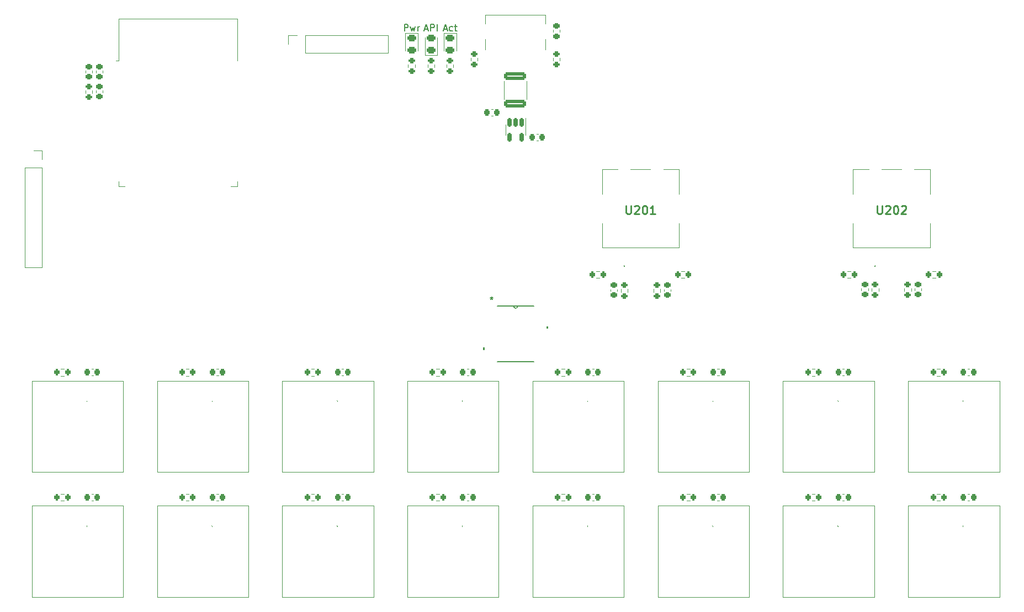
<source format=gbr>
%TF.GenerationSoftware,KiCad,Pcbnew,8.0.1-8.0.1-1~ubuntu22.04.1*%
%TF.CreationDate,2024-04-27T07:34:54-05:00*%
%TF.ProjectId,Universal Control Box,556e6976-6572-4736-916c-20436f6e7472,rev?*%
%TF.SameCoordinates,Original*%
%TF.FileFunction,Legend,Top*%
%TF.FilePolarity,Positive*%
%FSLAX46Y46*%
G04 Gerber Fmt 4.6, Leading zero omitted, Abs format (unit mm)*
G04 Created by KiCad (PCBNEW 8.0.1-8.0.1-1~ubuntu22.04.1) date 2024-04-27 07:34:54*
%MOMM*%
%LPD*%
G01*
G04 APERTURE LIST*
G04 Aperture macros list*
%AMRoundRect*
0 Rectangle with rounded corners*
0 $1 Rounding radius*
0 $2 $3 $4 $5 $6 $7 $8 $9 X,Y pos of 4 corners*
0 Add a 4 corners polygon primitive as box body*
4,1,4,$2,$3,$4,$5,$6,$7,$8,$9,$2,$3,0*
0 Add four circle primitives for the rounded corners*
1,1,$1+$1,$2,$3*
1,1,$1+$1,$4,$5*
1,1,$1+$1,$6,$7*
1,1,$1+$1,$8,$9*
0 Add four rect primitives between the rounded corners*
20,1,$1+$1,$2,$3,$4,$5,0*
20,1,$1+$1,$4,$5,$6,$7,0*
20,1,$1+$1,$6,$7,$8,$9,0*
20,1,$1+$1,$8,$9,$2,$3,0*%
G04 Aperture macros list end*
%ADD10C,0.153000*%
%ADD11C,0.254000*%
%ADD12C,0.150000*%
%ADD13C,0.100000*%
%ADD14C,0.200000*%
%ADD15C,0.120000*%
%ADD16C,0.152400*%
%ADD17C,0.000000*%
%ADD18C,1.500000*%
%ADD19C,3.915000*%
%ADD20RoundRect,0.243750X-0.456250X0.243750X-0.456250X-0.243750X0.456250X-0.243750X0.456250X0.243750X0*%
%ADD21RoundRect,0.243750X0.456250X-0.243750X0.456250X0.243750X-0.456250X0.243750X-0.456250X-0.243750X0*%
%ADD22C,1.750000*%
%ADD23C,4.000000*%
%ADD24C,2.200000*%
%ADD25R,0.700000X0.700000*%
%ADD26RoundRect,0.200000X0.275000X-0.200000X0.275000X0.200000X-0.275000X0.200000X-0.275000X-0.200000X0*%
%ADD27RoundRect,0.200000X0.200000X0.275000X-0.200000X0.275000X-0.200000X-0.275000X0.200000X-0.275000X0*%
%ADD28RoundRect,0.225000X0.225000X0.250000X-0.225000X0.250000X-0.225000X-0.250000X0.225000X-0.250000X0*%
%ADD29R,1.500000X0.900000*%
%ADD30R,0.900000X1.500000*%
%ADD31C,0.475000*%
%ADD32R,4.200000X4.200000*%
%ADD33RoundRect,0.200000X-0.275000X0.200000X-0.275000X-0.200000X0.275000X-0.200000X0.275000X0.200000X0*%
%ADD34RoundRect,0.225000X-0.250000X0.225000X-0.250000X-0.225000X0.250000X-0.225000X0.250000X0.225000X0*%
%ADD35RoundRect,0.150000X-0.150000X0.512500X-0.150000X-0.512500X0.150000X-0.512500X0.150000X0.512500X0*%
%ADD36C,3.000000*%
%ADD37RoundRect,0.225000X-0.225000X-0.250000X0.225000X-0.250000X0.225000X0.250000X-0.225000X0.250000X0*%
%ADD38R,1.700000X1.700000*%
%ADD39O,1.700000X1.700000*%
%ADD40R,2.057400X0.431800*%
%ADD41RoundRect,0.225000X0.250000X-0.225000X0.250000X0.225000X-0.250000X0.225000X-0.250000X-0.225000X0*%
%ADD42RoundRect,0.200000X-0.200000X-0.275000X0.200000X-0.275000X0.200000X0.275000X-0.200000X0.275000X0*%
%ADD43C,0.600000*%
%ADD44O,0.950000X0.600000*%
%ADD45R,0.300000X1.400000*%
%ADD46O,1.200000X2.300000*%
%ADD47O,1.200000X2.000000*%
%ADD48RoundRect,0.250000X-1.450000X0.312500X-1.450000X-0.312500X1.450000X-0.312500X1.450000X0.312500X0*%
%ADD49RoundRect,0.218750X-0.256250X0.218750X-0.256250X-0.218750X0.256250X-0.218750X0.256250X0.218750X0*%
G04 APERTURE END LIST*
D10*
X152823810Y-28583948D02*
X153300000Y-28583948D01*
X152728572Y-28869663D02*
X153061905Y-27869663D01*
X153061905Y-27869663D02*
X153395238Y-28869663D01*
X153728572Y-28869663D02*
X153728572Y-27869663D01*
X153728572Y-27869663D02*
X154109524Y-27869663D01*
X154109524Y-27869663D02*
X154204762Y-27917282D01*
X154204762Y-27917282D02*
X154252381Y-27964901D01*
X154252381Y-27964901D02*
X154300000Y-28060139D01*
X154300000Y-28060139D02*
X154300000Y-28202996D01*
X154300000Y-28202996D02*
X154252381Y-28298234D01*
X154252381Y-28298234D02*
X154204762Y-28345853D01*
X154204762Y-28345853D02*
X154109524Y-28393472D01*
X154109524Y-28393472D02*
X153728572Y-28393472D01*
X154728572Y-28869663D02*
X154728572Y-27869663D01*
X155747619Y-28583948D02*
X156223809Y-28583948D01*
X155652381Y-28869663D02*
X155985714Y-27869663D01*
X155985714Y-27869663D02*
X156319047Y-28869663D01*
X157080952Y-28822044D02*
X156985714Y-28869663D01*
X156985714Y-28869663D02*
X156795238Y-28869663D01*
X156795238Y-28869663D02*
X156700000Y-28822044D01*
X156700000Y-28822044D02*
X156652381Y-28774424D01*
X156652381Y-28774424D02*
X156604762Y-28679186D01*
X156604762Y-28679186D02*
X156604762Y-28393472D01*
X156604762Y-28393472D02*
X156652381Y-28298234D01*
X156652381Y-28298234D02*
X156700000Y-28250615D01*
X156700000Y-28250615D02*
X156795238Y-28202996D01*
X156795238Y-28202996D02*
X156985714Y-28202996D01*
X156985714Y-28202996D02*
X157080952Y-28250615D01*
X157366667Y-28202996D02*
X157747619Y-28202996D01*
X157509524Y-27869663D02*
X157509524Y-28726805D01*
X157509524Y-28726805D02*
X157557143Y-28822044D01*
X157557143Y-28822044D02*
X157652381Y-28869663D01*
X157652381Y-28869663D02*
X157747619Y-28869663D01*
X149704762Y-28869663D02*
X149704762Y-27869663D01*
X149704762Y-27869663D02*
X150085714Y-27869663D01*
X150085714Y-27869663D02*
X150180952Y-27917282D01*
X150180952Y-27917282D02*
X150228571Y-27964901D01*
X150228571Y-27964901D02*
X150276190Y-28060139D01*
X150276190Y-28060139D02*
X150276190Y-28202996D01*
X150276190Y-28202996D02*
X150228571Y-28298234D01*
X150228571Y-28298234D02*
X150180952Y-28345853D01*
X150180952Y-28345853D02*
X150085714Y-28393472D01*
X150085714Y-28393472D02*
X149704762Y-28393472D01*
X150609524Y-28202996D02*
X150800000Y-28869663D01*
X150800000Y-28869663D02*
X150990476Y-28393472D01*
X150990476Y-28393472D02*
X151180952Y-28869663D01*
X151180952Y-28869663D02*
X151371428Y-28202996D01*
X151752381Y-28869663D02*
X151752381Y-28202996D01*
X151752381Y-28393472D02*
X151800000Y-28298234D01*
X151800000Y-28298234D02*
X151847619Y-28250615D01*
X151847619Y-28250615D02*
X151942857Y-28202996D01*
X151942857Y-28202996D02*
X152038095Y-28202996D01*
D11*
X222222856Y-55704318D02*
X222222856Y-56732413D01*
X222222856Y-56732413D02*
X222283333Y-56853365D01*
X222283333Y-56853365D02*
X222343809Y-56913842D01*
X222343809Y-56913842D02*
X222464761Y-56974318D01*
X222464761Y-56974318D02*
X222706666Y-56974318D01*
X222706666Y-56974318D02*
X222827618Y-56913842D01*
X222827618Y-56913842D02*
X222888095Y-56853365D01*
X222888095Y-56853365D02*
X222948571Y-56732413D01*
X222948571Y-56732413D02*
X222948571Y-55704318D01*
X223492856Y-55825270D02*
X223553332Y-55764794D01*
X223553332Y-55764794D02*
X223674285Y-55704318D01*
X223674285Y-55704318D02*
X223976666Y-55704318D01*
X223976666Y-55704318D02*
X224097618Y-55764794D01*
X224097618Y-55764794D02*
X224158094Y-55825270D01*
X224158094Y-55825270D02*
X224218571Y-55946222D01*
X224218571Y-55946222D02*
X224218571Y-56067175D01*
X224218571Y-56067175D02*
X224158094Y-56248603D01*
X224158094Y-56248603D02*
X223432380Y-56974318D01*
X223432380Y-56974318D02*
X224218571Y-56974318D01*
X225004761Y-55704318D02*
X225125714Y-55704318D01*
X225125714Y-55704318D02*
X225246666Y-55764794D01*
X225246666Y-55764794D02*
X225307142Y-55825270D01*
X225307142Y-55825270D02*
X225367618Y-55946222D01*
X225367618Y-55946222D02*
X225428095Y-56188127D01*
X225428095Y-56188127D02*
X225428095Y-56490508D01*
X225428095Y-56490508D02*
X225367618Y-56732413D01*
X225367618Y-56732413D02*
X225307142Y-56853365D01*
X225307142Y-56853365D02*
X225246666Y-56913842D01*
X225246666Y-56913842D02*
X225125714Y-56974318D01*
X225125714Y-56974318D02*
X225004761Y-56974318D01*
X225004761Y-56974318D02*
X224883809Y-56913842D01*
X224883809Y-56913842D02*
X224823333Y-56853365D01*
X224823333Y-56853365D02*
X224762856Y-56732413D01*
X224762856Y-56732413D02*
X224702380Y-56490508D01*
X224702380Y-56490508D02*
X224702380Y-56188127D01*
X224702380Y-56188127D02*
X224762856Y-55946222D01*
X224762856Y-55946222D02*
X224823333Y-55825270D01*
X224823333Y-55825270D02*
X224883809Y-55764794D01*
X224883809Y-55764794D02*
X225004761Y-55704318D01*
X225911904Y-55825270D02*
X225972380Y-55764794D01*
X225972380Y-55764794D02*
X226093333Y-55704318D01*
X226093333Y-55704318D02*
X226395714Y-55704318D01*
X226395714Y-55704318D02*
X226516666Y-55764794D01*
X226516666Y-55764794D02*
X226577142Y-55825270D01*
X226577142Y-55825270D02*
X226637619Y-55946222D01*
X226637619Y-55946222D02*
X226637619Y-56067175D01*
X226637619Y-56067175D02*
X226577142Y-56248603D01*
X226577142Y-56248603D02*
X225851428Y-56974318D01*
X225851428Y-56974318D02*
X226637619Y-56974318D01*
X183722856Y-55704318D02*
X183722856Y-56732413D01*
X183722856Y-56732413D02*
X183783333Y-56853365D01*
X183783333Y-56853365D02*
X183843809Y-56913842D01*
X183843809Y-56913842D02*
X183964761Y-56974318D01*
X183964761Y-56974318D02*
X184206666Y-56974318D01*
X184206666Y-56974318D02*
X184327618Y-56913842D01*
X184327618Y-56913842D02*
X184388095Y-56853365D01*
X184388095Y-56853365D02*
X184448571Y-56732413D01*
X184448571Y-56732413D02*
X184448571Y-55704318D01*
X184992856Y-55825270D02*
X185053332Y-55764794D01*
X185053332Y-55764794D02*
X185174285Y-55704318D01*
X185174285Y-55704318D02*
X185476666Y-55704318D01*
X185476666Y-55704318D02*
X185597618Y-55764794D01*
X185597618Y-55764794D02*
X185658094Y-55825270D01*
X185658094Y-55825270D02*
X185718571Y-55946222D01*
X185718571Y-55946222D02*
X185718571Y-56067175D01*
X185718571Y-56067175D02*
X185658094Y-56248603D01*
X185658094Y-56248603D02*
X184932380Y-56974318D01*
X184932380Y-56974318D02*
X185718571Y-56974318D01*
X186504761Y-55704318D02*
X186625714Y-55704318D01*
X186625714Y-55704318D02*
X186746666Y-55764794D01*
X186746666Y-55764794D02*
X186807142Y-55825270D01*
X186807142Y-55825270D02*
X186867618Y-55946222D01*
X186867618Y-55946222D02*
X186928095Y-56188127D01*
X186928095Y-56188127D02*
X186928095Y-56490508D01*
X186928095Y-56490508D02*
X186867618Y-56732413D01*
X186867618Y-56732413D02*
X186807142Y-56853365D01*
X186807142Y-56853365D02*
X186746666Y-56913842D01*
X186746666Y-56913842D02*
X186625714Y-56974318D01*
X186625714Y-56974318D02*
X186504761Y-56974318D01*
X186504761Y-56974318D02*
X186383809Y-56913842D01*
X186383809Y-56913842D02*
X186323333Y-56853365D01*
X186323333Y-56853365D02*
X186262856Y-56732413D01*
X186262856Y-56732413D02*
X186202380Y-56490508D01*
X186202380Y-56490508D02*
X186202380Y-56188127D01*
X186202380Y-56188127D02*
X186262856Y-55946222D01*
X186262856Y-55946222D02*
X186323333Y-55825270D01*
X186323333Y-55825270D02*
X186383809Y-55764794D01*
X186383809Y-55764794D02*
X186504761Y-55704318D01*
X188137619Y-56974318D02*
X187411904Y-56974318D01*
X187774761Y-56974318D02*
X187774761Y-55704318D01*
X187774761Y-55704318D02*
X187653809Y-55885746D01*
X187653809Y-55885746D02*
X187532857Y-56006699D01*
X187532857Y-56006699D02*
X187411904Y-56067175D01*
D12*
X163067000Y-69705019D02*
X163067000Y-69943114D01*
X162828905Y-69847876D02*
X163067000Y-69943114D01*
X163067000Y-69943114D02*
X163305095Y-69847876D01*
X162924143Y-70133590D02*
X163067000Y-69943114D01*
X163067000Y-69943114D02*
X163209857Y-70133590D01*
X163067000Y-69705019D02*
X163067000Y-69943114D01*
X162828905Y-69847876D02*
X163067000Y-69943114D01*
X163067000Y-69943114D02*
X163305095Y-69847876D01*
X162924143Y-70133590D02*
X163067000Y-69943114D01*
X163067000Y-69943114D02*
X163209857Y-70133590D01*
D13*
%TO.C,U202*%
X218500000Y-50150000D02*
X218500000Y-50150000D01*
X218500000Y-50150000D02*
X218500000Y-50150000D01*
X218500000Y-50150000D02*
X218500000Y-53900000D01*
X218500000Y-50150000D02*
X220900000Y-50150000D01*
X218500000Y-53900000D02*
X218500000Y-50150000D01*
X218500000Y-53900000D02*
X218500000Y-53900000D01*
X218500000Y-58400000D02*
X218500000Y-58400000D01*
X218500000Y-58400000D02*
X218500000Y-62150000D01*
X218500000Y-62150000D02*
X218500000Y-58400000D01*
X218500000Y-62150000D02*
X218500000Y-62150000D01*
X218500000Y-62150000D02*
X218500000Y-62150000D01*
X218500000Y-62150000D02*
X230300000Y-62150000D01*
X220900000Y-50150000D02*
X218500000Y-50150000D01*
X220900000Y-50150000D02*
X220900000Y-50150000D01*
D14*
X221900000Y-64950000D02*
X221900000Y-64950000D01*
X221900000Y-65050000D02*
X221900000Y-65050000D01*
X221900000Y-65050000D02*
X221900000Y-65050000D01*
D13*
X222900000Y-50150000D02*
X222900000Y-50150000D01*
X222900000Y-50150000D02*
X225900000Y-50150000D01*
X225900000Y-50150000D02*
X222900000Y-50150000D01*
X225900000Y-50150000D02*
X225900000Y-50150000D01*
X227900000Y-50150000D02*
X227900000Y-50150000D01*
X227900000Y-50150000D02*
X230300000Y-50150000D01*
X230300000Y-50150000D02*
X227900000Y-50150000D01*
X230300000Y-50150000D02*
X230300000Y-50150000D01*
X230300000Y-50150000D02*
X230300000Y-50150000D01*
X230300000Y-50150000D02*
X230300000Y-53900000D01*
X230300000Y-53900000D02*
X230300000Y-50150000D01*
X230300000Y-53900000D02*
X230300000Y-53900000D01*
X230300000Y-58400000D02*
X230300000Y-58400000D01*
X230300000Y-58400000D02*
X230300000Y-62150000D01*
X230300000Y-62150000D02*
X218500000Y-62150000D01*
X230300000Y-62150000D02*
X230300000Y-58400000D01*
X230300000Y-62150000D02*
X230300000Y-62150000D01*
X230300000Y-62150000D02*
X230300000Y-62150000D01*
D14*
X221900000Y-64950000D02*
G75*
G02*
X221900000Y-65050000I0J-50000D01*
G01*
X221900000Y-64950000D02*
G75*
G02*
X221900000Y-65050000I0J-50000D01*
G01*
X221900000Y-65050000D02*
G75*
G02*
X221900000Y-64950000I0J50000D01*
G01*
D13*
%TO.C,U201*%
X180000000Y-50150000D02*
X180000000Y-50150000D01*
X180000000Y-50150000D02*
X180000000Y-50150000D01*
X180000000Y-50150000D02*
X180000000Y-53900000D01*
X180000000Y-50150000D02*
X182400000Y-50150000D01*
X180000000Y-53900000D02*
X180000000Y-50150000D01*
X180000000Y-53900000D02*
X180000000Y-53900000D01*
X180000000Y-58400000D02*
X180000000Y-58400000D01*
X180000000Y-58400000D02*
X180000000Y-62150000D01*
X180000000Y-62150000D02*
X180000000Y-58400000D01*
X180000000Y-62150000D02*
X180000000Y-62150000D01*
X180000000Y-62150000D02*
X180000000Y-62150000D01*
X180000000Y-62150000D02*
X191800000Y-62150000D01*
X182400000Y-50150000D02*
X180000000Y-50150000D01*
X182400000Y-50150000D02*
X182400000Y-50150000D01*
D14*
X183400000Y-64950000D02*
X183400000Y-64950000D01*
X183400000Y-65050000D02*
X183400000Y-65050000D01*
X183400000Y-65050000D02*
X183400000Y-65050000D01*
D13*
X184400000Y-50150000D02*
X184400000Y-50150000D01*
X184400000Y-50150000D02*
X187400000Y-50150000D01*
X187400000Y-50150000D02*
X184400000Y-50150000D01*
X187400000Y-50150000D02*
X187400000Y-50150000D01*
X189400000Y-50150000D02*
X189400000Y-50150000D01*
X189400000Y-50150000D02*
X191800000Y-50150000D01*
X191800000Y-50150000D02*
X189400000Y-50150000D01*
X191800000Y-50150000D02*
X191800000Y-50150000D01*
X191800000Y-50150000D02*
X191800000Y-50150000D01*
X191800000Y-50150000D02*
X191800000Y-53900000D01*
X191800000Y-53900000D02*
X191800000Y-50150000D01*
X191800000Y-53900000D02*
X191800000Y-53900000D01*
X191800000Y-58400000D02*
X191800000Y-58400000D01*
X191800000Y-58400000D02*
X191800000Y-62150000D01*
X191800000Y-62150000D02*
X180000000Y-62150000D01*
X191800000Y-62150000D02*
X191800000Y-58400000D01*
X191800000Y-62150000D02*
X191800000Y-62150000D01*
X191800000Y-62150000D02*
X191800000Y-62150000D01*
D14*
X183400000Y-64950000D02*
G75*
G02*
X183400000Y-65050000I0J-50000D01*
G01*
X183400000Y-64950000D02*
G75*
G02*
X183400000Y-65050000I0J-50000D01*
G01*
X183400000Y-65050000D02*
G75*
G02*
X183400000Y-64950000I0J50000D01*
G01*
D15*
%TO.C,D103*%
X157660000Y-29215000D02*
X155740000Y-29215000D01*
X155740000Y-29215000D02*
X155740000Y-31900000D01*
X157660000Y-31900000D02*
X157660000Y-29215000D01*
%TO.C,D102*%
X152840000Y-32585000D02*
X154760000Y-32585000D01*
X154760000Y-32585000D02*
X154760000Y-29900000D01*
X152840000Y-29900000D02*
X152840000Y-32585000D01*
%TO.C,D101*%
X151760000Y-29215000D02*
X149840000Y-29215000D01*
X149840000Y-29215000D02*
X149840000Y-31900000D01*
X151760000Y-31900000D02*
X151760000Y-29215000D01*
%TO.C,SW306*%
X188565000Y-82600000D02*
X202565000Y-82600000D01*
X188565000Y-96600000D02*
X188565000Y-82600000D01*
D13*
X196965000Y-85650000D02*
X196965000Y-85650000D01*
X196965000Y-85750000D02*
X196965000Y-85750000D01*
D15*
X202565000Y-96600000D02*
X188565000Y-96600000D01*
X202565000Y-96600000D02*
X202565000Y-82600000D01*
D13*
X196965000Y-85650000D02*
G75*
G02*
X196965000Y-85750000I0J-50000D01*
G01*
X196965000Y-85750000D02*
G75*
G02*
X196965000Y-85650000I0J50000D01*
G01*
D15*
%TO.C,SW311*%
X130965000Y-101800000D02*
X144965000Y-101800000D01*
X130965000Y-115800000D02*
X130965000Y-101800000D01*
D13*
X139365000Y-104850000D02*
X139365000Y-104850000D01*
X139365000Y-104950000D02*
X139365000Y-104950000D01*
D15*
X144965000Y-115800000D02*
X130965000Y-115800000D01*
X144965000Y-115800000D02*
X144965000Y-101800000D01*
D13*
X139365000Y-104850000D02*
G75*
G02*
X139365000Y-104950000I0J-50000D01*
G01*
X139365000Y-104950000D02*
G75*
G02*
X139365000Y-104850000I0J50000D01*
G01*
D15*
%TO.C,R204*%
X187877500Y-68962258D02*
X187877500Y-68487742D01*
X188922500Y-68962258D02*
X188922500Y-68487742D01*
%TO.C,R313*%
X174262258Y-99977500D02*
X173787742Y-99977500D01*
X174262258Y-101022500D02*
X173787742Y-101022500D01*
%TO.C,C314*%
X197965580Y-99990000D02*
X197684420Y-99990000D01*
X197965580Y-101010000D02*
X197684420Y-101010000D01*
%TO.C,C306*%
X197965580Y-80790000D02*
X197684420Y-80790000D01*
X197965580Y-81810000D02*
X197684420Y-81810000D01*
%TO.C,U101*%
X105830000Y-26990000D02*
X105830000Y-33405000D01*
X105830000Y-26990000D02*
X124070000Y-26990000D01*
X105830000Y-33405000D02*
X105450000Y-33405000D01*
X105830000Y-51950000D02*
X105830000Y-52730000D01*
X105830000Y-52730000D02*
X106830000Y-52730000D01*
X124070000Y-26990000D02*
X124070000Y-33405000D01*
X124070000Y-51950000D02*
X124070000Y-52730000D01*
X124070000Y-52730000D02*
X123070000Y-52730000D01*
%TO.C,R310*%
X116662258Y-99977500D02*
X116187742Y-99977500D01*
X116662258Y-101022500D02*
X116187742Y-101022500D01*
%TO.C,R102*%
X159877500Y-32987742D02*
X159877500Y-33462258D01*
X160922500Y-32987742D02*
X160922500Y-33462258D01*
%TO.C,SW309*%
X92565000Y-101800000D02*
X106565000Y-101800000D01*
X92565000Y-115800000D02*
X92565000Y-101800000D01*
D13*
X100965000Y-104850000D02*
X100965000Y-104850000D01*
X100965000Y-104950000D02*
X100965000Y-104950000D01*
D15*
X106565000Y-115800000D02*
X92565000Y-115800000D01*
X106565000Y-115800000D02*
X106565000Y-101800000D01*
D13*
X100965000Y-104850000D02*
G75*
G02*
X100965000Y-104950000I0J-50000D01*
G01*
X100965000Y-104950000D02*
G75*
G02*
X100965000Y-104850000I0J50000D01*
G01*
D15*
%TO.C,C102*%
X100790000Y-34984420D02*
X100790000Y-35265580D01*
X101810000Y-34984420D02*
X101810000Y-35265580D01*
%TO.C,C201*%
X181290000Y-68534420D02*
X181290000Y-68815580D01*
X182310000Y-68534420D02*
X182310000Y-68815580D01*
%TO.C,R104*%
X150277500Y-33987742D02*
X150277500Y-34462258D01*
X151322500Y-33987742D02*
X151322500Y-34462258D01*
%TO.C,C305*%
X178765580Y-80790000D02*
X178484420Y-80790000D01*
X178765580Y-81810000D02*
X178484420Y-81810000D01*
%TO.C,SW305*%
X169365000Y-82600000D02*
X183365000Y-82600000D01*
X169365000Y-96600000D02*
X169365000Y-82600000D01*
D13*
X177765000Y-85650000D02*
X177765000Y-85650000D01*
X177765000Y-85750000D02*
X177765000Y-85750000D01*
D15*
X183365000Y-96600000D02*
X169365000Y-96600000D01*
X183365000Y-96600000D02*
X183365000Y-82600000D01*
D13*
X177765000Y-85650000D02*
G75*
G02*
X177765000Y-85750000I0J-50000D01*
G01*
X177765000Y-85750000D02*
G75*
G02*
X177765000Y-85650000I0J50000D01*
G01*
D15*
%TO.C,U103*%
X165190000Y-44037500D02*
X165190000Y-43237500D01*
X165190000Y-44037500D02*
X165190000Y-44837500D01*
X168310000Y-44037500D02*
X168310000Y-42237500D01*
X168310000Y-44037500D02*
X168310000Y-44837500D01*
%TO.C,R312*%
X155062258Y-99977500D02*
X154587742Y-99977500D01*
X155062258Y-101022500D02*
X154587742Y-101022500D01*
%TO.C,SW314*%
X188565000Y-101800000D02*
X202565000Y-101800000D01*
X188565000Y-115800000D02*
X188565000Y-101800000D01*
D13*
X196965000Y-104850000D02*
X196965000Y-104850000D01*
X196965000Y-104950000D02*
X196965000Y-104950000D01*
D15*
X202565000Y-115800000D02*
X188565000Y-115800000D01*
X202565000Y-115800000D02*
X202565000Y-101800000D01*
D13*
X196965000Y-104850000D02*
G75*
G02*
X196965000Y-104950000I0J-50000D01*
G01*
X196965000Y-104950000D02*
G75*
G02*
X196965000Y-104850000I0J50000D01*
G01*
D15*
%TO.C,SW316*%
X226965000Y-101800000D02*
X240965000Y-101800000D01*
X226965000Y-115800000D02*
X226965000Y-101800000D01*
D13*
X235365000Y-104850000D02*
X235365000Y-104850000D01*
X235365000Y-104950000D02*
X235365000Y-104950000D01*
D15*
X240965000Y-115800000D02*
X226965000Y-115800000D01*
X240965000Y-115800000D02*
X240965000Y-101800000D01*
D13*
X235365000Y-104850000D02*
G75*
G02*
X235365000Y-104950000I0J-50000D01*
G01*
X235365000Y-104950000D02*
G75*
G02*
X235365000Y-104850000I0J50000D01*
G01*
D15*
%TO.C,SW301*%
X92565000Y-82600000D02*
X106565000Y-82600000D01*
X92565000Y-96600000D02*
X92565000Y-82600000D01*
D13*
X100965000Y-85650000D02*
X100965000Y-85650000D01*
X100965000Y-85750000D02*
X100965000Y-85750000D01*
D15*
X106565000Y-96600000D02*
X92565000Y-96600000D01*
X106565000Y-96600000D02*
X106565000Y-82600000D01*
D13*
X100965000Y-85650000D02*
G75*
G02*
X100965000Y-85750000I0J-50000D01*
G01*
X100965000Y-85750000D02*
G75*
G02*
X100965000Y-85650000I0J50000D01*
G01*
D15*
%TO.C,C104*%
X162984420Y-40890000D02*
X163265580Y-40890000D01*
X162984420Y-41910000D02*
X163265580Y-41910000D01*
%TO.C,R101*%
X100777500Y-38462258D02*
X100777500Y-37987742D01*
X101822500Y-38462258D02*
X101822500Y-37987742D01*
%TO.C,C301*%
X101965580Y-80790000D02*
X101684420Y-80790000D01*
X101965580Y-81810000D02*
X101684420Y-81810000D01*
%TO.C,R105*%
X153277500Y-34462258D02*
X153277500Y-33987742D01*
X154322500Y-34462258D02*
X154322500Y-33987742D01*
%TO.C,R311*%
X135862258Y-99977500D02*
X135387742Y-99977500D01*
X135862258Y-101022500D02*
X135387742Y-101022500D01*
%TO.C,C303*%
X140365580Y-80790000D02*
X140084420Y-80790000D01*
X140365580Y-81810000D02*
X140084420Y-81810000D01*
%TO.C,C311*%
X140365580Y-99990000D02*
X140084420Y-99990000D01*
X140365580Y-101010000D02*
X140084420Y-101010000D01*
%TO.C,SW303*%
X130965000Y-82600000D02*
X144965000Y-82600000D01*
X130965000Y-96600000D02*
X130965000Y-82600000D01*
D13*
X139365000Y-85650000D02*
X139365000Y-85650000D01*
X139365000Y-85750000D02*
X139365000Y-85750000D01*
D15*
X144965000Y-96600000D02*
X130965000Y-96600000D01*
X144965000Y-96600000D02*
X144965000Y-82600000D01*
D13*
X139365000Y-85650000D02*
G75*
G02*
X139365000Y-85750000I0J-50000D01*
G01*
X139365000Y-85750000D02*
G75*
G02*
X139365000Y-85650000I0J50000D01*
G01*
D15*
%TO.C,J102*%
X91470000Y-49870000D02*
X91470000Y-65170000D01*
X91470000Y-49870000D02*
X94130000Y-49870000D01*
X91470000Y-65170000D02*
X94130000Y-65170000D01*
X92800000Y-47270000D02*
X94130000Y-47270000D01*
X94130000Y-47270000D02*
X94130000Y-48600000D01*
X94130000Y-49870000D02*
X94130000Y-65170000D01*
%TO.C,SW307*%
X207765000Y-82600000D02*
X221765000Y-82600000D01*
X207765000Y-96600000D02*
X207765000Y-82600000D01*
D13*
X216165000Y-85650000D02*
X216165000Y-85650000D01*
X216165000Y-85750000D02*
X216165000Y-85750000D01*
D15*
X221765000Y-96600000D02*
X207765000Y-96600000D01*
X221765000Y-96600000D02*
X221765000Y-82600000D01*
D13*
X216165000Y-85650000D02*
G75*
G02*
X216165000Y-85750000I0J-50000D01*
G01*
X216165000Y-85750000D02*
G75*
G02*
X216165000Y-85650000I0J50000D01*
G01*
D16*
%TO.C,U102*%
X163956000Y-79654500D02*
X169544000Y-79654500D01*
X169544000Y-71145500D02*
X163956000Y-71145500D01*
X167054800Y-71145500D02*
G75*
G02*
X166445200Y-71145500I-304800J0D01*
G01*
D17*
G36*
X162038300Y-77865499D02*
G01*
X161784300Y-77865499D01*
X161784300Y-77484499D01*
X162038300Y-77484499D01*
X162038300Y-77865499D01*
G37*
G36*
X171715700Y-74615501D02*
G01*
X171461700Y-74615501D01*
X171461700Y-74234501D01*
X171715700Y-74234501D01*
X171715700Y-74615501D01*
G37*
D15*
%TO.C,R208*%
X226377500Y-68862258D02*
X226377500Y-68387742D01*
X227422500Y-68862258D02*
X227422500Y-68387742D01*
%TO.C,C202*%
X189490000Y-68534420D02*
X189490000Y-68815580D01*
X190510000Y-68534420D02*
X190510000Y-68815580D01*
%TO.C,R315*%
X212662258Y-99977500D02*
X212187742Y-99977500D01*
X212662258Y-101022500D02*
X212187742Y-101022500D01*
%TO.C,R203*%
X192662258Y-65777500D02*
X192187742Y-65777500D01*
X192662258Y-66822500D02*
X192187742Y-66822500D01*
%TO.C,C302*%
X121165580Y-80790000D02*
X120884420Y-80790000D01*
X121165580Y-81810000D02*
X120884420Y-81810000D01*
%TO.C,C105*%
X169934420Y-44690000D02*
X170215580Y-44690000D01*
X169934420Y-45710000D02*
X170215580Y-45710000D01*
%TO.C,R308*%
X231862258Y-80777500D02*
X231387742Y-80777500D01*
X231862258Y-81822500D02*
X231387742Y-81822500D01*
%TO.C,C316*%
X236365580Y-99990000D02*
X236084420Y-99990000D01*
X236365580Y-101010000D02*
X236084420Y-101010000D01*
%TO.C,R314*%
X193462258Y-99977500D02*
X192987742Y-99977500D01*
X193462258Y-101022500D02*
X192987742Y-101022500D01*
%TO.C,C101*%
X102390000Y-38034420D02*
X102390000Y-38315580D01*
X103410000Y-38034420D02*
X103410000Y-38315580D01*
%TO.C,SW302*%
X111765000Y-82600000D02*
X125765000Y-82600000D01*
X111765000Y-96600000D02*
X111765000Y-82600000D01*
D13*
X120165000Y-85650000D02*
X120165000Y-85650000D01*
X120165000Y-85750000D02*
X120165000Y-85750000D01*
D15*
X125765000Y-96600000D02*
X111765000Y-96600000D01*
X125765000Y-96600000D02*
X125765000Y-82600000D01*
D13*
X120165000Y-85650000D02*
G75*
G02*
X120165000Y-85750000I0J-50000D01*
G01*
X120165000Y-85750000D02*
G75*
G02*
X120165000Y-85650000I0J50000D01*
G01*
D15*
%TO.C,C308*%
X236365580Y-80790000D02*
X236084420Y-80790000D01*
X236365580Y-81810000D02*
X236084420Y-81810000D01*
%TO.C,C103*%
X102390000Y-35265580D02*
X102390000Y-34984420D01*
X103410000Y-35265580D02*
X103410000Y-34984420D01*
%TO.C,C307*%
X217165580Y-80790000D02*
X216884420Y-80790000D01*
X217165580Y-81810000D02*
X216884420Y-81810000D01*
%TO.C,R106*%
X156177500Y-33987742D02*
X156177500Y-34462258D01*
X157222500Y-33987742D02*
X157222500Y-34462258D01*
%TO.C,SW315*%
X207765000Y-101800000D02*
X221765000Y-101800000D01*
X207765000Y-115800000D02*
X207765000Y-101800000D01*
D13*
X216165000Y-104850000D02*
X216165000Y-104850000D01*
X216165000Y-104950000D02*
X216165000Y-104950000D01*
D15*
X221765000Y-115800000D02*
X207765000Y-115800000D01*
X221765000Y-115800000D02*
X221765000Y-101800000D01*
D13*
X216165000Y-104850000D02*
G75*
G02*
X216165000Y-104950000I0J-50000D01*
G01*
X216165000Y-104950000D02*
G75*
G02*
X216165000Y-104850000I0J50000D01*
G01*
D15*
%TO.C,C312*%
X159565580Y-99990000D02*
X159284420Y-99990000D01*
X159565580Y-101010000D02*
X159284420Y-101010000D01*
%TO.C,R202*%
X179137742Y-65777500D02*
X179612258Y-65777500D01*
X179137742Y-66822500D02*
X179612258Y-66822500D01*
%TO.C,R207*%
X231162258Y-65777500D02*
X230687742Y-65777500D01*
X231162258Y-66822500D02*
X230687742Y-66822500D01*
%TO.C,C309*%
X101965580Y-99990000D02*
X101684420Y-99990000D01*
X101965580Y-101010000D02*
X101684420Y-101010000D01*
%TO.C,R305*%
X174262258Y-80777500D02*
X173787742Y-80777500D01*
X174262258Y-81822500D02*
X173787742Y-81822500D01*
%TO.C,R201*%
X182877500Y-68487742D02*
X182877500Y-68962258D01*
X183922500Y-68487742D02*
X183922500Y-68962258D01*
%TO.C,R309*%
X97462258Y-99977500D02*
X96987742Y-99977500D01*
X97462258Y-101022500D02*
X96987742Y-101022500D01*
%TO.C,J103*%
X162120000Y-27740000D02*
X162120000Y-26440000D01*
X162120000Y-31715000D02*
X162120000Y-30100000D01*
X171280000Y-26410000D02*
X162120000Y-26410000D01*
X171280000Y-27740000D02*
X171280000Y-26410000D01*
X171280000Y-31715000D02*
X171280000Y-30100000D01*
%TO.C,R307*%
X212662258Y-80777500D02*
X212187742Y-80777500D01*
X212662258Y-81822500D02*
X212187742Y-81822500D01*
%TO.C,SW310*%
X111765000Y-101800000D02*
X125765000Y-101800000D01*
X111765000Y-115800000D02*
X111765000Y-101800000D01*
D13*
X120165000Y-104850000D02*
X120165000Y-104850000D01*
X120165000Y-104950000D02*
X120165000Y-104950000D01*
D15*
X125765000Y-115800000D02*
X111765000Y-115800000D01*
X125765000Y-115800000D02*
X125765000Y-101800000D01*
D13*
X120165000Y-104850000D02*
G75*
G02*
X120165000Y-104950000I0J-50000D01*
G01*
X120165000Y-104950000D02*
G75*
G02*
X120165000Y-104850000I0J50000D01*
G01*
D15*
%TO.C,C304*%
X159565580Y-80790000D02*
X159284420Y-80790000D01*
X159565580Y-81810000D02*
X159284420Y-81810000D01*
%TO.C,J101*%
X131870000Y-29570000D02*
X133200000Y-29570000D01*
X131870000Y-30900000D02*
X131870000Y-29570000D01*
X134470000Y-29570000D02*
X147230000Y-29570000D01*
X134470000Y-32230000D02*
X134470000Y-29570000D01*
X134470000Y-32230000D02*
X147230000Y-32230000D01*
X147230000Y-32230000D02*
X147230000Y-29570000D01*
%TO.C,R316*%
X231862258Y-99977500D02*
X231387742Y-99977500D01*
X231862258Y-101022500D02*
X231387742Y-101022500D01*
%TO.C,R304*%
X155062258Y-80777500D02*
X154587742Y-80777500D01*
X155062258Y-81822500D02*
X154587742Y-81822500D01*
%TO.C,R303*%
X135862258Y-80777500D02*
X135387742Y-80777500D01*
X135862258Y-81822500D02*
X135387742Y-81822500D01*
%TO.C,C313*%
X178765580Y-99990000D02*
X178484420Y-99990000D01*
X178765580Y-101010000D02*
X178484420Y-101010000D01*
%TO.C,SW304*%
X150165000Y-82600000D02*
X164165000Y-82600000D01*
X150165000Y-96600000D02*
X150165000Y-82600000D01*
D13*
X158565000Y-85650000D02*
X158565000Y-85650000D01*
X158565000Y-85750000D02*
X158565000Y-85750000D01*
D15*
X164165000Y-96600000D02*
X150165000Y-96600000D01*
X164165000Y-96600000D02*
X164165000Y-82600000D01*
D13*
X158565000Y-85650000D02*
G75*
G02*
X158565000Y-85750000I0J-50000D01*
G01*
X158565000Y-85750000D02*
G75*
G02*
X158565000Y-85650000I0J50000D01*
G01*
D15*
%TO.C,F101*%
X164990000Y-36551248D02*
X164990000Y-39323752D01*
X168410000Y-36551248D02*
X168410000Y-39323752D01*
%TO.C,L101*%
X172490000Y-28724721D02*
X172490000Y-29050279D01*
X173510000Y-28724721D02*
X173510000Y-29050279D01*
%TO.C,R306*%
X193462258Y-80777500D02*
X192987742Y-80777500D01*
X193462258Y-81822500D02*
X192987742Y-81822500D01*
%TO.C,R206*%
X217637742Y-65777500D02*
X218112258Y-65777500D01*
X217637742Y-66822500D02*
X218112258Y-66822500D01*
%TO.C,R205*%
X221377500Y-68387742D02*
X221377500Y-68862258D01*
X222422500Y-68387742D02*
X222422500Y-68862258D01*
%TO.C,SW312*%
X150165000Y-101800000D02*
X164165000Y-101800000D01*
X150165000Y-115800000D02*
X150165000Y-101800000D01*
D13*
X158565000Y-104850000D02*
X158565000Y-104850000D01*
X158565000Y-104950000D02*
X158565000Y-104950000D01*
D15*
X164165000Y-115800000D02*
X150165000Y-115800000D01*
X164165000Y-115800000D02*
X164165000Y-101800000D01*
D13*
X158565000Y-104850000D02*
G75*
G02*
X158565000Y-104950000I0J-50000D01*
G01*
X158565000Y-104950000D02*
G75*
G02*
X158565000Y-104850000I0J50000D01*
G01*
D15*
%TO.C,C203*%
X219790000Y-68434420D02*
X219790000Y-68715580D01*
X220810000Y-68434420D02*
X220810000Y-68715580D01*
%TO.C,C310*%
X121165580Y-99990000D02*
X120884420Y-99990000D01*
X121165580Y-101010000D02*
X120884420Y-101010000D01*
%TO.C,C204*%
X227990000Y-68434420D02*
X227990000Y-68715580D01*
X229010000Y-68434420D02*
X229010000Y-68715580D01*
%TO.C,SW308*%
X226965000Y-82600000D02*
X240965000Y-82600000D01*
X226965000Y-96600000D02*
X226965000Y-82600000D01*
D13*
X235365000Y-85650000D02*
X235365000Y-85650000D01*
X235365000Y-85750000D02*
X235365000Y-85750000D01*
D15*
X240965000Y-96600000D02*
X226965000Y-96600000D01*
X240965000Y-96600000D02*
X240965000Y-82600000D01*
D13*
X235365000Y-85650000D02*
G75*
G02*
X235365000Y-85750000I0J-50000D01*
G01*
X235365000Y-85750000D02*
G75*
G02*
X235365000Y-85650000I0J50000D01*
G01*
D15*
%TO.C,R302*%
X116662258Y-80777500D02*
X116187742Y-80777500D01*
X116662258Y-81822500D02*
X116187742Y-81822500D01*
%TO.C,R103*%
X172477500Y-33462258D02*
X172477500Y-32987742D01*
X173522500Y-33462258D02*
X173522500Y-32987742D01*
%TO.C,R301*%
X97462258Y-80777500D02*
X96987742Y-80777500D01*
X97462258Y-81822500D02*
X96987742Y-81822500D01*
%TO.C,C315*%
X217165580Y-99990000D02*
X216884420Y-99990000D01*
X217165580Y-101010000D02*
X216884420Y-101010000D01*
%TO.C,SW313*%
X169365000Y-101800000D02*
X183365000Y-101800000D01*
X169365000Y-115800000D02*
X169365000Y-101800000D01*
D13*
X177765000Y-104850000D02*
X177765000Y-104850000D01*
X177765000Y-104950000D02*
X177765000Y-104950000D01*
D15*
X183365000Y-115800000D02*
X169365000Y-115800000D01*
X183365000Y-115800000D02*
X183365000Y-101800000D01*
D13*
X177765000Y-104850000D02*
G75*
G02*
X177765000Y-104950000I0J-50000D01*
G01*
X177765000Y-104950000D02*
G75*
G02*
X177765000Y-104850000I0J50000D01*
G01*
%TD*%
%LPC*%
D18*
%TO.C,U202*%
X221900000Y-63650000D03*
X226900000Y-63650000D03*
X224400000Y-63650000D03*
D19*
X218700000Y-56150000D03*
X230100000Y-56150000D03*
D18*
X221900000Y-49150000D03*
X226900000Y-49150000D03*
%TD*%
%TO.C,U201*%
X183400000Y-63650000D03*
X188400000Y-63650000D03*
X185900000Y-63650000D03*
D19*
X180200000Y-56150000D03*
X191600000Y-56150000D03*
D18*
X183400000Y-49150000D03*
X188400000Y-49150000D03*
%TD*%
D20*
%TO.C,D103*%
X156700000Y-29962500D03*
X156700000Y-31837500D03*
%TD*%
D21*
%TO.C,D102*%
X153800000Y-31837500D03*
X153800000Y-29962500D03*
%TD*%
D20*
%TO.C,D101*%
X150800000Y-29962500D03*
X150800000Y-31837500D03*
%TD*%
D22*
%TO.C,SW306*%
X200645000Y-89600000D03*
D23*
X195565000Y-89600000D03*
D22*
X190485000Y-89600000D03*
D24*
X199375000Y-92140000D03*
X193025000Y-94680000D03*
D25*
X194650000Y-84900000D03*
X196480000Y-84900000D03*
X194650000Y-83800000D03*
X196480000Y-83800000D03*
%TD*%
D22*
%TO.C,SW311*%
X143045000Y-108800000D03*
D23*
X137965000Y-108800000D03*
D22*
X132885000Y-108800000D03*
D24*
X141775000Y-111340000D03*
X135425000Y-113880000D03*
D25*
X137050000Y-104100000D03*
X138880000Y-104100000D03*
X137050000Y-103000000D03*
X138880000Y-103000000D03*
%TD*%
D26*
%TO.C,R204*%
X188400000Y-69550000D03*
X188400000Y-67900000D03*
%TD*%
D27*
%TO.C,R313*%
X174850000Y-100500000D03*
X173200000Y-100500000D03*
%TD*%
D28*
%TO.C,C314*%
X198600000Y-100500000D03*
X197050000Y-100500000D03*
%TD*%
%TO.C,C306*%
X198600000Y-81300000D03*
X197050000Y-81300000D03*
%TD*%
D29*
%TO.C,U101*%
X106200000Y-34600000D03*
X106200000Y-35870000D03*
X106200000Y-37140000D03*
X106200000Y-38410000D03*
X106200000Y-39680000D03*
X106200000Y-40950000D03*
X106200000Y-42220000D03*
X106200000Y-43490000D03*
X106200000Y-44760000D03*
X106200000Y-46030000D03*
X106200000Y-47300000D03*
X106200000Y-48570000D03*
X106200000Y-49840000D03*
X106200000Y-51110000D03*
D30*
X109240000Y-52360000D03*
X110510000Y-52360000D03*
X111780000Y-52360000D03*
X113050000Y-52360000D03*
X114320000Y-52360000D03*
X115590000Y-52360000D03*
X116860000Y-52360000D03*
X118130000Y-52360000D03*
X119400000Y-52360000D03*
X120670000Y-52360000D03*
D29*
X123700000Y-51110000D03*
X123700000Y-49840000D03*
X123700000Y-48570000D03*
X123700000Y-47300000D03*
X123700000Y-46030000D03*
X123700000Y-44760000D03*
X123700000Y-43490000D03*
X123700000Y-42220000D03*
X123700000Y-40950000D03*
X123700000Y-39680000D03*
X123700000Y-38410000D03*
X123700000Y-37140000D03*
X123700000Y-35870000D03*
X123700000Y-34600000D03*
D31*
X112745000Y-41177500D03*
X112745000Y-42702500D03*
X113507500Y-40415000D03*
X113507500Y-41940000D03*
X113507500Y-43465000D03*
X114270000Y-41177500D03*
D32*
X114270000Y-41940000D03*
D31*
X114270000Y-42702500D03*
X115032500Y-40415000D03*
X115032500Y-41940000D03*
X115032500Y-43465000D03*
X115795000Y-41177500D03*
X115795000Y-42702500D03*
%TD*%
D27*
%TO.C,R310*%
X117250000Y-100500000D03*
X115600000Y-100500000D03*
%TD*%
D33*
%TO.C,R102*%
X160400000Y-32400000D03*
X160400000Y-34050000D03*
%TD*%
D22*
%TO.C,SW309*%
X104645000Y-108800000D03*
D23*
X99565000Y-108800000D03*
D22*
X94485000Y-108800000D03*
D24*
X103375000Y-111340000D03*
X97025000Y-113880000D03*
D25*
X98650000Y-104100000D03*
X100480000Y-104100000D03*
X98650000Y-103000000D03*
X100480000Y-103000000D03*
%TD*%
D34*
%TO.C,C102*%
X101300000Y-34350000D03*
X101300000Y-35900000D03*
%TD*%
%TO.C,C201*%
X181800000Y-67900000D03*
X181800000Y-69450000D03*
%TD*%
D33*
%TO.C,R104*%
X150800000Y-33400000D03*
X150800000Y-35050000D03*
%TD*%
D28*
%TO.C,C305*%
X179400000Y-81300000D03*
X177850000Y-81300000D03*
%TD*%
D22*
%TO.C,SW305*%
X181445000Y-89600000D03*
D23*
X176365000Y-89600000D03*
D22*
X171285000Y-89600000D03*
D24*
X180175000Y-92140000D03*
X173825000Y-94680000D03*
D25*
X175450000Y-84900000D03*
X177280000Y-84900000D03*
X175450000Y-83800000D03*
X177280000Y-83800000D03*
%TD*%
D35*
%TO.C,U103*%
X167700000Y-42900000D03*
X166750000Y-42900000D03*
X165800000Y-42900000D03*
X165800000Y-45175000D03*
X167700000Y-45175000D03*
%TD*%
D27*
%TO.C,R312*%
X155650000Y-100500000D03*
X154000000Y-100500000D03*
%TD*%
D22*
%TO.C,SW314*%
X200645000Y-108800000D03*
D23*
X195565000Y-108800000D03*
D22*
X190485000Y-108800000D03*
D24*
X199375000Y-111340000D03*
X193025000Y-113880000D03*
D25*
X194650000Y-104100000D03*
X196480000Y-104100000D03*
X194650000Y-103000000D03*
X196480000Y-103000000D03*
%TD*%
D22*
%TO.C,SW316*%
X239045000Y-108800000D03*
D23*
X233965000Y-108800000D03*
D22*
X228885000Y-108800000D03*
D24*
X237775000Y-111340000D03*
X231425000Y-113880000D03*
D25*
X233050000Y-104100000D03*
X234880000Y-104100000D03*
X233050000Y-103000000D03*
X234880000Y-103000000D03*
%TD*%
D22*
%TO.C,SW301*%
X104645000Y-89600000D03*
D23*
X99565000Y-89600000D03*
D22*
X94485000Y-89600000D03*
D24*
X103375000Y-92140000D03*
X97025000Y-94680000D03*
D25*
X98650000Y-84900000D03*
X100480000Y-84900000D03*
X98650000Y-83800000D03*
X100480000Y-83800000D03*
%TD*%
D36*
%TO.C,H103*%
X86500000Y-121900000D03*
%TD*%
D37*
%TO.C,C104*%
X162350000Y-41400000D03*
X163900000Y-41400000D03*
%TD*%
D26*
%TO.C,R101*%
X101300000Y-39050000D03*
X101300000Y-37400000D03*
%TD*%
D28*
%TO.C,C301*%
X102600000Y-81300000D03*
X101050000Y-81300000D03*
%TD*%
D26*
%TO.C,R105*%
X153800000Y-35050000D03*
X153800000Y-33400000D03*
%TD*%
D27*
%TO.C,R311*%
X136450000Y-100500000D03*
X134800000Y-100500000D03*
%TD*%
D28*
%TO.C,C303*%
X141000000Y-81300000D03*
X139450000Y-81300000D03*
%TD*%
%TO.C,C311*%
X141000000Y-100500000D03*
X139450000Y-100500000D03*
%TD*%
D22*
%TO.C,SW303*%
X143045000Y-89600000D03*
D23*
X137965000Y-89600000D03*
D22*
X132885000Y-89600000D03*
D24*
X141775000Y-92140000D03*
X135425000Y-94680000D03*
D25*
X137050000Y-84900000D03*
X138880000Y-84900000D03*
X137050000Y-83800000D03*
X138880000Y-83800000D03*
%TD*%
D38*
%TO.C,J102*%
X92800000Y-48600000D03*
D39*
X92800000Y-51140000D03*
X92800000Y-53680000D03*
X92800000Y-56220000D03*
X92800000Y-58760000D03*
X92800000Y-61300000D03*
X92800000Y-63840000D03*
%TD*%
D22*
%TO.C,SW307*%
X219845000Y-89600000D03*
D23*
X214765000Y-89600000D03*
D22*
X209685000Y-89600000D03*
D24*
X218575000Y-92140000D03*
X212225000Y-94680000D03*
D25*
X213850000Y-84900000D03*
X215680000Y-84900000D03*
X213850000Y-83800000D03*
X215680000Y-83800000D03*
%TD*%
D40*
%TO.C,U102*%
X163321000Y-71825001D03*
X163321000Y-72475000D03*
X163321000Y-73124998D03*
X163321000Y-73774999D03*
X163321000Y-74424998D03*
X163321000Y-75074999D03*
X163321000Y-75724998D03*
X163321000Y-76374999D03*
X163321000Y-77024998D03*
X163321000Y-77674999D03*
X163321000Y-78324998D03*
X163321000Y-78974999D03*
X170179000Y-78974999D03*
X170179000Y-78325000D03*
X170179000Y-77674999D03*
X170179000Y-77025001D03*
X170179000Y-76374999D03*
X170179000Y-75725001D03*
X170179000Y-75075002D03*
X170179000Y-74425001D03*
X170179000Y-73775002D03*
X170179000Y-73125001D03*
X170179000Y-72475002D03*
X170179000Y-71825001D03*
%TD*%
D26*
%TO.C,R208*%
X226900000Y-69450000D03*
X226900000Y-67800000D03*
%TD*%
D34*
%TO.C,C202*%
X190000000Y-67900000D03*
X190000000Y-69450000D03*
%TD*%
D27*
%TO.C,R315*%
X213250000Y-100500000D03*
X211600000Y-100500000D03*
%TD*%
%TO.C,R203*%
X193250000Y-66300000D03*
X191600000Y-66300000D03*
%TD*%
D28*
%TO.C,C302*%
X121800000Y-81300000D03*
X120250000Y-81300000D03*
%TD*%
D37*
%TO.C,C105*%
X169300000Y-45200000D03*
X170850000Y-45200000D03*
%TD*%
D27*
%TO.C,R308*%
X232450000Y-81300000D03*
X230800000Y-81300000D03*
%TD*%
D28*
%TO.C,C316*%
X237000000Y-100500000D03*
X235450000Y-100500000D03*
%TD*%
D27*
%TO.C,R314*%
X194050000Y-100500000D03*
X192400000Y-100500000D03*
%TD*%
D34*
%TO.C,C101*%
X102900000Y-37400000D03*
X102900000Y-38950000D03*
%TD*%
D22*
%TO.C,SW302*%
X123845000Y-89600000D03*
D23*
X118765000Y-89600000D03*
D22*
X113685000Y-89600000D03*
D24*
X122575000Y-92140000D03*
X116225000Y-94680000D03*
D25*
X117850000Y-84900000D03*
X119680000Y-84900000D03*
X117850000Y-83800000D03*
X119680000Y-83800000D03*
%TD*%
D28*
%TO.C,C308*%
X237000000Y-81300000D03*
X235450000Y-81300000D03*
%TD*%
D41*
%TO.C,C103*%
X102900000Y-35900000D03*
X102900000Y-34350000D03*
%TD*%
D28*
%TO.C,C307*%
X217800000Y-81300000D03*
X216250000Y-81300000D03*
%TD*%
D33*
%TO.C,R106*%
X156700000Y-33400000D03*
X156700000Y-35050000D03*
%TD*%
D22*
%TO.C,SW315*%
X219845000Y-108800000D03*
D23*
X214765000Y-108800000D03*
D22*
X209685000Y-108800000D03*
D24*
X218575000Y-111340000D03*
X212225000Y-113880000D03*
D25*
X213850000Y-104100000D03*
X215680000Y-104100000D03*
X213850000Y-103000000D03*
X215680000Y-103000000D03*
%TD*%
D28*
%TO.C,C312*%
X160200000Y-100500000D03*
X158650000Y-100500000D03*
%TD*%
D42*
%TO.C,R202*%
X178550000Y-66300000D03*
X180200000Y-66300000D03*
%TD*%
D27*
%TO.C,R207*%
X231750000Y-66300000D03*
X230100000Y-66300000D03*
%TD*%
D28*
%TO.C,C309*%
X102600000Y-100500000D03*
X101050000Y-100500000D03*
%TD*%
D27*
%TO.C,R305*%
X174850000Y-81300000D03*
X173200000Y-81300000D03*
%TD*%
D33*
%TO.C,R201*%
X183400000Y-67900000D03*
X183400000Y-69550000D03*
%TD*%
D27*
%TO.C,R309*%
X98050000Y-100500000D03*
X96400000Y-100500000D03*
%TD*%
D43*
%TO.C,J103*%
X169590000Y-32600000D03*
D44*
X163810000Y-32600000D03*
D45*
X170050000Y-33750000D03*
X169250000Y-33750000D03*
X167950000Y-33750000D03*
X166950000Y-33750000D03*
X166450000Y-33750000D03*
X165450000Y-33750000D03*
X164150000Y-33750000D03*
X163350000Y-33750000D03*
X163650000Y-33750000D03*
X164450000Y-33750000D03*
X164950000Y-33750000D03*
X165950000Y-33750000D03*
X167450000Y-33750000D03*
X168450000Y-33750000D03*
X168950000Y-33750000D03*
X169750000Y-33750000D03*
D46*
X171025000Y-33175000D03*
D47*
X171025000Y-28900000D03*
D46*
X162375000Y-33175000D03*
D47*
X162375000Y-28900000D03*
%TD*%
D36*
%TO.C,H104*%
X247100000Y-121900000D03*
%TD*%
D27*
%TO.C,R307*%
X213250000Y-81300000D03*
X211600000Y-81300000D03*
%TD*%
D22*
%TO.C,SW310*%
X123845000Y-108800000D03*
D23*
X118765000Y-108800000D03*
D22*
X113685000Y-108800000D03*
D24*
X122575000Y-111340000D03*
X116225000Y-113880000D03*
D25*
X117850000Y-104100000D03*
X119680000Y-104100000D03*
X117850000Y-103000000D03*
X119680000Y-103000000D03*
%TD*%
D28*
%TO.C,C304*%
X160200000Y-81300000D03*
X158650000Y-81300000D03*
%TD*%
D38*
%TO.C,J101*%
X133200000Y-30900000D03*
D39*
X135740000Y-30900000D03*
X138280000Y-30900000D03*
X140820000Y-30900000D03*
X143360000Y-30900000D03*
X145900000Y-30900000D03*
%TD*%
D27*
%TO.C,R316*%
X232450000Y-100500000D03*
X230800000Y-100500000D03*
%TD*%
%TO.C,R304*%
X155650000Y-81300000D03*
X154000000Y-81300000D03*
%TD*%
%TO.C,R303*%
X136450000Y-81300000D03*
X134800000Y-81300000D03*
%TD*%
D28*
%TO.C,C313*%
X179400000Y-100500000D03*
X177850000Y-100500000D03*
%TD*%
D22*
%TO.C,SW304*%
X162245000Y-89600000D03*
D23*
X157165000Y-89600000D03*
D22*
X152085000Y-89600000D03*
D24*
X160975000Y-92140000D03*
X154625000Y-94680000D03*
D25*
X156250000Y-84900000D03*
X158080000Y-84900000D03*
X156250000Y-83800000D03*
X158080000Y-83800000D03*
%TD*%
D48*
%TO.C,F101*%
X166700000Y-35800000D03*
X166700000Y-40075000D03*
%TD*%
D49*
%TO.C,L101*%
X173000000Y-28100000D03*
X173000000Y-29675000D03*
%TD*%
D27*
%TO.C,R306*%
X194050000Y-81300000D03*
X192400000Y-81300000D03*
%TD*%
D42*
%TO.C,R206*%
X217050000Y-66300000D03*
X218700000Y-66300000D03*
%TD*%
D33*
%TO.C,R205*%
X221900000Y-67800000D03*
X221900000Y-69450000D03*
%TD*%
D22*
%TO.C,SW312*%
X162245000Y-108800000D03*
D23*
X157165000Y-108800000D03*
D22*
X152085000Y-108800000D03*
D24*
X160975000Y-111340000D03*
X154625000Y-113880000D03*
D25*
X156250000Y-104100000D03*
X158080000Y-104100000D03*
X156250000Y-103000000D03*
X158080000Y-103000000D03*
%TD*%
D34*
%TO.C,C203*%
X220300000Y-67800000D03*
X220300000Y-69350000D03*
%TD*%
D28*
%TO.C,C310*%
X121800000Y-100500000D03*
X120250000Y-100500000D03*
%TD*%
D36*
%TO.C,H101*%
X86500000Y-30700000D03*
%TD*%
%TO.C,H102*%
X247100000Y-30700000D03*
%TD*%
D34*
%TO.C,C204*%
X228500000Y-67800000D03*
X228500000Y-69350000D03*
%TD*%
D22*
%TO.C,SW308*%
X239045000Y-89600000D03*
D23*
X233965000Y-89600000D03*
D22*
X228885000Y-89600000D03*
D24*
X237775000Y-92140000D03*
X231425000Y-94680000D03*
D25*
X233050000Y-84900000D03*
X234880000Y-84900000D03*
X233050000Y-83800000D03*
X234880000Y-83800000D03*
%TD*%
D27*
%TO.C,R302*%
X117250000Y-81300000D03*
X115600000Y-81300000D03*
%TD*%
D26*
%TO.C,R103*%
X173000000Y-34050000D03*
X173000000Y-32400000D03*
%TD*%
D27*
%TO.C,R301*%
X98050000Y-81300000D03*
X96400000Y-81300000D03*
%TD*%
D28*
%TO.C,C315*%
X217800000Y-100500000D03*
X216250000Y-100500000D03*
%TD*%
D22*
%TO.C,SW313*%
X181445000Y-108800000D03*
D23*
X176365000Y-108800000D03*
D22*
X171285000Y-108800000D03*
D24*
X180175000Y-111340000D03*
X173825000Y-113880000D03*
D25*
X175450000Y-104100000D03*
X177280000Y-104100000D03*
X175450000Y-103000000D03*
X177280000Y-103000000D03*
%TD*%
%LPD*%
M02*

</source>
